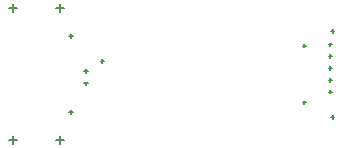
<source format=gbr>
G04*
G04 #@! TF.GenerationSoftware,Altium Limited,Altium Designer,24.8.2 (39)*
G04*
G04 Layer_Color=128*
%FSLAX25Y25*%
%MOIN*%
G70*
G04*
G04 #@! TF.SameCoordinates,C8608415-0D93-4E33-BC52-9C0F9C252278*
G04*
G04*
G04 #@! TF.FilePolarity,Positive*
G04*
G01*
G75*
%ADD32C,0.00500*%
D32*
X7008Y49528D02*
X9567D01*
X8287Y48248D02*
Y50807D01*
X7008Y5591D02*
X9567D01*
X8287Y4311D02*
Y6870D01*
X22756Y5591D02*
X25315D01*
X24035Y4311D02*
Y6870D01*
X22756Y49528D02*
X25315D01*
X24035Y48248D02*
Y50807D01*
X113583Y37402D02*
X114764D01*
X114173Y36811D02*
Y37992D01*
X37598Y31890D02*
X38780D01*
X38189Y31299D02*
Y32480D01*
X32087Y28543D02*
X33268D01*
X32677Y27953D02*
Y29134D01*
X32087Y24409D02*
X33268D01*
X32677Y23819D02*
Y25000D01*
X113583Y21654D02*
X114764D01*
X114173Y21063D02*
Y22244D01*
X113583Y25591D02*
X114764D01*
X114173Y25000D02*
Y26181D01*
X113583Y29528D02*
X114764D01*
X114173Y28937D02*
Y30118D01*
X113583Y33465D02*
X114764D01*
X114173Y32874D02*
Y34055D01*
X114321Y13222D02*
X115502D01*
X114911Y12631D02*
Y13812D01*
X114321Y41896D02*
X115502D01*
X114911Y41306D02*
Y42487D01*
X104921Y37048D02*
X106102D01*
X105512Y36457D02*
Y37638D01*
X104921Y18071D02*
X106102D01*
X105512Y17480D02*
Y18661D01*
X27165Y14922D02*
X28346D01*
X27756Y14331D02*
Y15512D01*
X27165Y40197D02*
X28346D01*
X27756Y39606D02*
Y40787D01*
M02*

</source>
